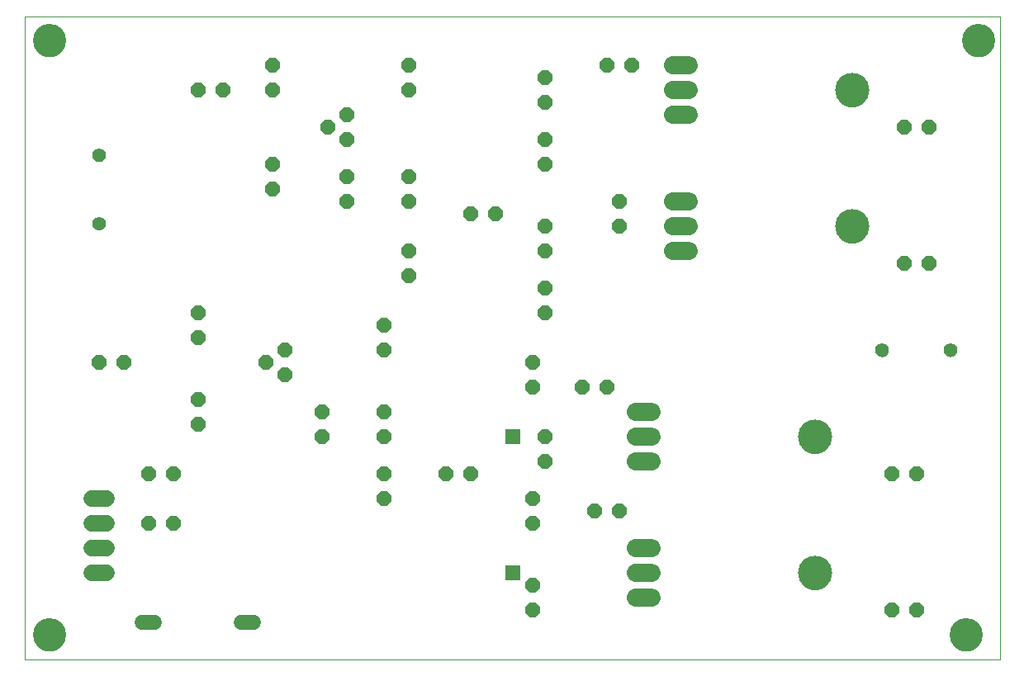
<source format=gbs>
G75*
%MOIN*%
%OFA0B0*%
%FSLAX25Y25*%
%IPPOS*%
%LPD*%
%AMOC8*
5,1,8,0,0,1.08239X$1,22.5*
%
%ADD10C,0.00000*%
%ADD11C,0.13398*%
%ADD12OC8,0.06000*%
%ADD13C,0.06000*%
%ADD14C,0.05524*%
%ADD15C,0.06800*%
%ADD16C,0.07400*%
%ADD17C,0.13800*%
%ADD18R,0.06115X0.06115*%
D10*
X0016800Y0011800D02*
X0016800Y0271761D01*
X0410501Y0271761D01*
X0410501Y0011800D01*
X0016800Y0011800D01*
X0020501Y0021800D02*
X0020503Y0021958D01*
X0020509Y0022116D01*
X0020519Y0022274D01*
X0020533Y0022432D01*
X0020551Y0022589D01*
X0020572Y0022746D01*
X0020598Y0022902D01*
X0020628Y0023058D01*
X0020661Y0023213D01*
X0020699Y0023366D01*
X0020740Y0023519D01*
X0020785Y0023671D01*
X0020834Y0023822D01*
X0020887Y0023971D01*
X0020943Y0024119D01*
X0021003Y0024265D01*
X0021067Y0024410D01*
X0021135Y0024553D01*
X0021206Y0024695D01*
X0021280Y0024835D01*
X0021358Y0024972D01*
X0021440Y0025108D01*
X0021524Y0025242D01*
X0021613Y0025373D01*
X0021704Y0025502D01*
X0021799Y0025629D01*
X0021896Y0025754D01*
X0021997Y0025876D01*
X0022101Y0025995D01*
X0022208Y0026112D01*
X0022318Y0026226D01*
X0022431Y0026337D01*
X0022546Y0026446D01*
X0022664Y0026551D01*
X0022785Y0026653D01*
X0022908Y0026753D01*
X0023034Y0026849D01*
X0023162Y0026942D01*
X0023292Y0027032D01*
X0023425Y0027118D01*
X0023560Y0027202D01*
X0023696Y0027281D01*
X0023835Y0027358D01*
X0023976Y0027430D01*
X0024118Y0027500D01*
X0024262Y0027565D01*
X0024408Y0027627D01*
X0024555Y0027685D01*
X0024704Y0027740D01*
X0024854Y0027791D01*
X0025005Y0027838D01*
X0025157Y0027881D01*
X0025310Y0027920D01*
X0025465Y0027956D01*
X0025620Y0027987D01*
X0025776Y0028015D01*
X0025932Y0028039D01*
X0026089Y0028059D01*
X0026247Y0028075D01*
X0026404Y0028087D01*
X0026563Y0028095D01*
X0026721Y0028099D01*
X0026879Y0028099D01*
X0027037Y0028095D01*
X0027196Y0028087D01*
X0027353Y0028075D01*
X0027511Y0028059D01*
X0027668Y0028039D01*
X0027824Y0028015D01*
X0027980Y0027987D01*
X0028135Y0027956D01*
X0028290Y0027920D01*
X0028443Y0027881D01*
X0028595Y0027838D01*
X0028746Y0027791D01*
X0028896Y0027740D01*
X0029045Y0027685D01*
X0029192Y0027627D01*
X0029338Y0027565D01*
X0029482Y0027500D01*
X0029624Y0027430D01*
X0029765Y0027358D01*
X0029904Y0027281D01*
X0030040Y0027202D01*
X0030175Y0027118D01*
X0030308Y0027032D01*
X0030438Y0026942D01*
X0030566Y0026849D01*
X0030692Y0026753D01*
X0030815Y0026653D01*
X0030936Y0026551D01*
X0031054Y0026446D01*
X0031169Y0026337D01*
X0031282Y0026226D01*
X0031392Y0026112D01*
X0031499Y0025995D01*
X0031603Y0025876D01*
X0031704Y0025754D01*
X0031801Y0025629D01*
X0031896Y0025502D01*
X0031987Y0025373D01*
X0032076Y0025242D01*
X0032160Y0025108D01*
X0032242Y0024972D01*
X0032320Y0024835D01*
X0032394Y0024695D01*
X0032465Y0024553D01*
X0032533Y0024410D01*
X0032597Y0024265D01*
X0032657Y0024119D01*
X0032713Y0023971D01*
X0032766Y0023822D01*
X0032815Y0023671D01*
X0032860Y0023519D01*
X0032901Y0023366D01*
X0032939Y0023213D01*
X0032972Y0023058D01*
X0033002Y0022902D01*
X0033028Y0022746D01*
X0033049Y0022589D01*
X0033067Y0022432D01*
X0033081Y0022274D01*
X0033091Y0022116D01*
X0033097Y0021958D01*
X0033099Y0021800D01*
X0033097Y0021642D01*
X0033091Y0021484D01*
X0033081Y0021326D01*
X0033067Y0021168D01*
X0033049Y0021011D01*
X0033028Y0020854D01*
X0033002Y0020698D01*
X0032972Y0020542D01*
X0032939Y0020387D01*
X0032901Y0020234D01*
X0032860Y0020081D01*
X0032815Y0019929D01*
X0032766Y0019778D01*
X0032713Y0019629D01*
X0032657Y0019481D01*
X0032597Y0019335D01*
X0032533Y0019190D01*
X0032465Y0019047D01*
X0032394Y0018905D01*
X0032320Y0018765D01*
X0032242Y0018628D01*
X0032160Y0018492D01*
X0032076Y0018358D01*
X0031987Y0018227D01*
X0031896Y0018098D01*
X0031801Y0017971D01*
X0031704Y0017846D01*
X0031603Y0017724D01*
X0031499Y0017605D01*
X0031392Y0017488D01*
X0031282Y0017374D01*
X0031169Y0017263D01*
X0031054Y0017154D01*
X0030936Y0017049D01*
X0030815Y0016947D01*
X0030692Y0016847D01*
X0030566Y0016751D01*
X0030438Y0016658D01*
X0030308Y0016568D01*
X0030175Y0016482D01*
X0030040Y0016398D01*
X0029904Y0016319D01*
X0029765Y0016242D01*
X0029624Y0016170D01*
X0029482Y0016100D01*
X0029338Y0016035D01*
X0029192Y0015973D01*
X0029045Y0015915D01*
X0028896Y0015860D01*
X0028746Y0015809D01*
X0028595Y0015762D01*
X0028443Y0015719D01*
X0028290Y0015680D01*
X0028135Y0015644D01*
X0027980Y0015613D01*
X0027824Y0015585D01*
X0027668Y0015561D01*
X0027511Y0015541D01*
X0027353Y0015525D01*
X0027196Y0015513D01*
X0027037Y0015505D01*
X0026879Y0015501D01*
X0026721Y0015501D01*
X0026563Y0015505D01*
X0026404Y0015513D01*
X0026247Y0015525D01*
X0026089Y0015541D01*
X0025932Y0015561D01*
X0025776Y0015585D01*
X0025620Y0015613D01*
X0025465Y0015644D01*
X0025310Y0015680D01*
X0025157Y0015719D01*
X0025005Y0015762D01*
X0024854Y0015809D01*
X0024704Y0015860D01*
X0024555Y0015915D01*
X0024408Y0015973D01*
X0024262Y0016035D01*
X0024118Y0016100D01*
X0023976Y0016170D01*
X0023835Y0016242D01*
X0023696Y0016319D01*
X0023560Y0016398D01*
X0023425Y0016482D01*
X0023292Y0016568D01*
X0023162Y0016658D01*
X0023034Y0016751D01*
X0022908Y0016847D01*
X0022785Y0016947D01*
X0022664Y0017049D01*
X0022546Y0017154D01*
X0022431Y0017263D01*
X0022318Y0017374D01*
X0022208Y0017488D01*
X0022101Y0017605D01*
X0021997Y0017724D01*
X0021896Y0017846D01*
X0021799Y0017971D01*
X0021704Y0018098D01*
X0021613Y0018227D01*
X0021524Y0018358D01*
X0021440Y0018492D01*
X0021358Y0018628D01*
X0021280Y0018765D01*
X0021206Y0018905D01*
X0021135Y0019047D01*
X0021067Y0019190D01*
X0021003Y0019335D01*
X0020943Y0019481D01*
X0020887Y0019629D01*
X0020834Y0019778D01*
X0020785Y0019929D01*
X0020740Y0020081D01*
X0020699Y0020234D01*
X0020661Y0020387D01*
X0020628Y0020542D01*
X0020598Y0020698D01*
X0020572Y0020854D01*
X0020551Y0021011D01*
X0020533Y0021168D01*
X0020519Y0021326D01*
X0020509Y0021484D01*
X0020503Y0021642D01*
X0020501Y0021800D01*
X0044438Y0187942D02*
X0044440Y0188039D01*
X0044446Y0188136D01*
X0044456Y0188232D01*
X0044470Y0188328D01*
X0044488Y0188424D01*
X0044509Y0188518D01*
X0044535Y0188612D01*
X0044564Y0188704D01*
X0044598Y0188795D01*
X0044634Y0188885D01*
X0044675Y0188973D01*
X0044719Y0189059D01*
X0044767Y0189144D01*
X0044818Y0189226D01*
X0044872Y0189307D01*
X0044930Y0189385D01*
X0044991Y0189460D01*
X0045054Y0189533D01*
X0045121Y0189604D01*
X0045191Y0189671D01*
X0045263Y0189736D01*
X0045338Y0189797D01*
X0045416Y0189856D01*
X0045495Y0189911D01*
X0045577Y0189963D01*
X0045661Y0190011D01*
X0045747Y0190056D01*
X0045835Y0190098D01*
X0045924Y0190136D01*
X0046015Y0190170D01*
X0046107Y0190200D01*
X0046200Y0190227D01*
X0046295Y0190249D01*
X0046390Y0190268D01*
X0046486Y0190283D01*
X0046582Y0190294D01*
X0046679Y0190301D01*
X0046776Y0190304D01*
X0046873Y0190303D01*
X0046970Y0190298D01*
X0047066Y0190289D01*
X0047162Y0190276D01*
X0047258Y0190259D01*
X0047353Y0190238D01*
X0047446Y0190214D01*
X0047539Y0190185D01*
X0047631Y0190153D01*
X0047721Y0190117D01*
X0047809Y0190078D01*
X0047896Y0190034D01*
X0047981Y0189988D01*
X0048064Y0189937D01*
X0048145Y0189884D01*
X0048223Y0189827D01*
X0048300Y0189767D01*
X0048373Y0189704D01*
X0048444Y0189638D01*
X0048512Y0189569D01*
X0048578Y0189497D01*
X0048640Y0189423D01*
X0048699Y0189346D01*
X0048755Y0189267D01*
X0048808Y0189185D01*
X0048858Y0189102D01*
X0048903Y0189016D01*
X0048946Y0188929D01*
X0048985Y0188840D01*
X0049020Y0188750D01*
X0049051Y0188658D01*
X0049078Y0188565D01*
X0049102Y0188471D01*
X0049122Y0188376D01*
X0049138Y0188280D01*
X0049150Y0188184D01*
X0049158Y0188087D01*
X0049162Y0187990D01*
X0049162Y0187894D01*
X0049158Y0187797D01*
X0049150Y0187700D01*
X0049138Y0187604D01*
X0049122Y0187508D01*
X0049102Y0187413D01*
X0049078Y0187319D01*
X0049051Y0187226D01*
X0049020Y0187134D01*
X0048985Y0187044D01*
X0048946Y0186955D01*
X0048903Y0186868D01*
X0048858Y0186782D01*
X0048808Y0186699D01*
X0048755Y0186617D01*
X0048699Y0186538D01*
X0048640Y0186461D01*
X0048578Y0186387D01*
X0048512Y0186315D01*
X0048444Y0186246D01*
X0048373Y0186180D01*
X0048300Y0186117D01*
X0048223Y0186057D01*
X0048145Y0186000D01*
X0048064Y0185947D01*
X0047981Y0185896D01*
X0047896Y0185850D01*
X0047809Y0185806D01*
X0047721Y0185767D01*
X0047631Y0185731D01*
X0047539Y0185699D01*
X0047446Y0185670D01*
X0047353Y0185646D01*
X0047258Y0185625D01*
X0047162Y0185608D01*
X0047066Y0185595D01*
X0046970Y0185586D01*
X0046873Y0185581D01*
X0046776Y0185580D01*
X0046679Y0185583D01*
X0046582Y0185590D01*
X0046486Y0185601D01*
X0046390Y0185616D01*
X0046295Y0185635D01*
X0046200Y0185657D01*
X0046107Y0185684D01*
X0046015Y0185714D01*
X0045924Y0185748D01*
X0045835Y0185786D01*
X0045747Y0185828D01*
X0045661Y0185873D01*
X0045577Y0185921D01*
X0045495Y0185973D01*
X0045416Y0186028D01*
X0045338Y0186087D01*
X0045263Y0186148D01*
X0045191Y0186213D01*
X0045121Y0186280D01*
X0045054Y0186351D01*
X0044991Y0186424D01*
X0044930Y0186499D01*
X0044872Y0186577D01*
X0044818Y0186658D01*
X0044767Y0186740D01*
X0044719Y0186825D01*
X0044675Y0186911D01*
X0044634Y0186999D01*
X0044598Y0187089D01*
X0044564Y0187180D01*
X0044535Y0187272D01*
X0044509Y0187366D01*
X0044488Y0187460D01*
X0044470Y0187556D01*
X0044456Y0187652D01*
X0044446Y0187748D01*
X0044440Y0187845D01*
X0044438Y0187942D01*
X0044438Y0215501D02*
X0044440Y0215598D01*
X0044446Y0215695D01*
X0044456Y0215791D01*
X0044470Y0215887D01*
X0044488Y0215983D01*
X0044509Y0216077D01*
X0044535Y0216171D01*
X0044564Y0216263D01*
X0044598Y0216354D01*
X0044634Y0216444D01*
X0044675Y0216532D01*
X0044719Y0216618D01*
X0044767Y0216703D01*
X0044818Y0216785D01*
X0044872Y0216866D01*
X0044930Y0216944D01*
X0044991Y0217019D01*
X0045054Y0217092D01*
X0045121Y0217163D01*
X0045191Y0217230D01*
X0045263Y0217295D01*
X0045338Y0217356D01*
X0045416Y0217415D01*
X0045495Y0217470D01*
X0045577Y0217522D01*
X0045661Y0217570D01*
X0045747Y0217615D01*
X0045835Y0217657D01*
X0045924Y0217695D01*
X0046015Y0217729D01*
X0046107Y0217759D01*
X0046200Y0217786D01*
X0046295Y0217808D01*
X0046390Y0217827D01*
X0046486Y0217842D01*
X0046582Y0217853D01*
X0046679Y0217860D01*
X0046776Y0217863D01*
X0046873Y0217862D01*
X0046970Y0217857D01*
X0047066Y0217848D01*
X0047162Y0217835D01*
X0047258Y0217818D01*
X0047353Y0217797D01*
X0047446Y0217773D01*
X0047539Y0217744D01*
X0047631Y0217712D01*
X0047721Y0217676D01*
X0047809Y0217637D01*
X0047896Y0217593D01*
X0047981Y0217547D01*
X0048064Y0217496D01*
X0048145Y0217443D01*
X0048223Y0217386D01*
X0048300Y0217326D01*
X0048373Y0217263D01*
X0048444Y0217197D01*
X0048512Y0217128D01*
X0048578Y0217056D01*
X0048640Y0216982D01*
X0048699Y0216905D01*
X0048755Y0216826D01*
X0048808Y0216744D01*
X0048858Y0216661D01*
X0048903Y0216575D01*
X0048946Y0216488D01*
X0048985Y0216399D01*
X0049020Y0216309D01*
X0049051Y0216217D01*
X0049078Y0216124D01*
X0049102Y0216030D01*
X0049122Y0215935D01*
X0049138Y0215839D01*
X0049150Y0215743D01*
X0049158Y0215646D01*
X0049162Y0215549D01*
X0049162Y0215453D01*
X0049158Y0215356D01*
X0049150Y0215259D01*
X0049138Y0215163D01*
X0049122Y0215067D01*
X0049102Y0214972D01*
X0049078Y0214878D01*
X0049051Y0214785D01*
X0049020Y0214693D01*
X0048985Y0214603D01*
X0048946Y0214514D01*
X0048903Y0214427D01*
X0048858Y0214341D01*
X0048808Y0214258D01*
X0048755Y0214176D01*
X0048699Y0214097D01*
X0048640Y0214020D01*
X0048578Y0213946D01*
X0048512Y0213874D01*
X0048444Y0213805D01*
X0048373Y0213739D01*
X0048300Y0213676D01*
X0048223Y0213616D01*
X0048145Y0213559D01*
X0048064Y0213506D01*
X0047981Y0213455D01*
X0047896Y0213409D01*
X0047809Y0213365D01*
X0047721Y0213326D01*
X0047631Y0213290D01*
X0047539Y0213258D01*
X0047446Y0213229D01*
X0047353Y0213205D01*
X0047258Y0213184D01*
X0047162Y0213167D01*
X0047066Y0213154D01*
X0046970Y0213145D01*
X0046873Y0213140D01*
X0046776Y0213139D01*
X0046679Y0213142D01*
X0046582Y0213149D01*
X0046486Y0213160D01*
X0046390Y0213175D01*
X0046295Y0213194D01*
X0046200Y0213216D01*
X0046107Y0213243D01*
X0046015Y0213273D01*
X0045924Y0213307D01*
X0045835Y0213345D01*
X0045747Y0213387D01*
X0045661Y0213432D01*
X0045577Y0213480D01*
X0045495Y0213532D01*
X0045416Y0213587D01*
X0045338Y0213646D01*
X0045263Y0213707D01*
X0045191Y0213772D01*
X0045121Y0213839D01*
X0045054Y0213910D01*
X0044991Y0213983D01*
X0044930Y0214058D01*
X0044872Y0214136D01*
X0044818Y0214217D01*
X0044767Y0214299D01*
X0044719Y0214384D01*
X0044675Y0214470D01*
X0044634Y0214558D01*
X0044598Y0214648D01*
X0044564Y0214739D01*
X0044535Y0214831D01*
X0044509Y0214925D01*
X0044488Y0215019D01*
X0044470Y0215115D01*
X0044456Y0215211D01*
X0044446Y0215307D01*
X0044440Y0215404D01*
X0044438Y0215501D01*
X0020501Y0261800D02*
X0020503Y0261958D01*
X0020509Y0262116D01*
X0020519Y0262274D01*
X0020533Y0262432D01*
X0020551Y0262589D01*
X0020572Y0262746D01*
X0020598Y0262902D01*
X0020628Y0263058D01*
X0020661Y0263213D01*
X0020699Y0263366D01*
X0020740Y0263519D01*
X0020785Y0263671D01*
X0020834Y0263822D01*
X0020887Y0263971D01*
X0020943Y0264119D01*
X0021003Y0264265D01*
X0021067Y0264410D01*
X0021135Y0264553D01*
X0021206Y0264695D01*
X0021280Y0264835D01*
X0021358Y0264972D01*
X0021440Y0265108D01*
X0021524Y0265242D01*
X0021613Y0265373D01*
X0021704Y0265502D01*
X0021799Y0265629D01*
X0021896Y0265754D01*
X0021997Y0265876D01*
X0022101Y0265995D01*
X0022208Y0266112D01*
X0022318Y0266226D01*
X0022431Y0266337D01*
X0022546Y0266446D01*
X0022664Y0266551D01*
X0022785Y0266653D01*
X0022908Y0266753D01*
X0023034Y0266849D01*
X0023162Y0266942D01*
X0023292Y0267032D01*
X0023425Y0267118D01*
X0023560Y0267202D01*
X0023696Y0267281D01*
X0023835Y0267358D01*
X0023976Y0267430D01*
X0024118Y0267500D01*
X0024262Y0267565D01*
X0024408Y0267627D01*
X0024555Y0267685D01*
X0024704Y0267740D01*
X0024854Y0267791D01*
X0025005Y0267838D01*
X0025157Y0267881D01*
X0025310Y0267920D01*
X0025465Y0267956D01*
X0025620Y0267987D01*
X0025776Y0268015D01*
X0025932Y0268039D01*
X0026089Y0268059D01*
X0026247Y0268075D01*
X0026404Y0268087D01*
X0026563Y0268095D01*
X0026721Y0268099D01*
X0026879Y0268099D01*
X0027037Y0268095D01*
X0027196Y0268087D01*
X0027353Y0268075D01*
X0027511Y0268059D01*
X0027668Y0268039D01*
X0027824Y0268015D01*
X0027980Y0267987D01*
X0028135Y0267956D01*
X0028290Y0267920D01*
X0028443Y0267881D01*
X0028595Y0267838D01*
X0028746Y0267791D01*
X0028896Y0267740D01*
X0029045Y0267685D01*
X0029192Y0267627D01*
X0029338Y0267565D01*
X0029482Y0267500D01*
X0029624Y0267430D01*
X0029765Y0267358D01*
X0029904Y0267281D01*
X0030040Y0267202D01*
X0030175Y0267118D01*
X0030308Y0267032D01*
X0030438Y0266942D01*
X0030566Y0266849D01*
X0030692Y0266753D01*
X0030815Y0266653D01*
X0030936Y0266551D01*
X0031054Y0266446D01*
X0031169Y0266337D01*
X0031282Y0266226D01*
X0031392Y0266112D01*
X0031499Y0265995D01*
X0031603Y0265876D01*
X0031704Y0265754D01*
X0031801Y0265629D01*
X0031896Y0265502D01*
X0031987Y0265373D01*
X0032076Y0265242D01*
X0032160Y0265108D01*
X0032242Y0264972D01*
X0032320Y0264835D01*
X0032394Y0264695D01*
X0032465Y0264553D01*
X0032533Y0264410D01*
X0032597Y0264265D01*
X0032657Y0264119D01*
X0032713Y0263971D01*
X0032766Y0263822D01*
X0032815Y0263671D01*
X0032860Y0263519D01*
X0032901Y0263366D01*
X0032939Y0263213D01*
X0032972Y0263058D01*
X0033002Y0262902D01*
X0033028Y0262746D01*
X0033049Y0262589D01*
X0033067Y0262432D01*
X0033081Y0262274D01*
X0033091Y0262116D01*
X0033097Y0261958D01*
X0033099Y0261800D01*
X0033097Y0261642D01*
X0033091Y0261484D01*
X0033081Y0261326D01*
X0033067Y0261168D01*
X0033049Y0261011D01*
X0033028Y0260854D01*
X0033002Y0260698D01*
X0032972Y0260542D01*
X0032939Y0260387D01*
X0032901Y0260234D01*
X0032860Y0260081D01*
X0032815Y0259929D01*
X0032766Y0259778D01*
X0032713Y0259629D01*
X0032657Y0259481D01*
X0032597Y0259335D01*
X0032533Y0259190D01*
X0032465Y0259047D01*
X0032394Y0258905D01*
X0032320Y0258765D01*
X0032242Y0258628D01*
X0032160Y0258492D01*
X0032076Y0258358D01*
X0031987Y0258227D01*
X0031896Y0258098D01*
X0031801Y0257971D01*
X0031704Y0257846D01*
X0031603Y0257724D01*
X0031499Y0257605D01*
X0031392Y0257488D01*
X0031282Y0257374D01*
X0031169Y0257263D01*
X0031054Y0257154D01*
X0030936Y0257049D01*
X0030815Y0256947D01*
X0030692Y0256847D01*
X0030566Y0256751D01*
X0030438Y0256658D01*
X0030308Y0256568D01*
X0030175Y0256482D01*
X0030040Y0256398D01*
X0029904Y0256319D01*
X0029765Y0256242D01*
X0029624Y0256170D01*
X0029482Y0256100D01*
X0029338Y0256035D01*
X0029192Y0255973D01*
X0029045Y0255915D01*
X0028896Y0255860D01*
X0028746Y0255809D01*
X0028595Y0255762D01*
X0028443Y0255719D01*
X0028290Y0255680D01*
X0028135Y0255644D01*
X0027980Y0255613D01*
X0027824Y0255585D01*
X0027668Y0255561D01*
X0027511Y0255541D01*
X0027353Y0255525D01*
X0027196Y0255513D01*
X0027037Y0255505D01*
X0026879Y0255501D01*
X0026721Y0255501D01*
X0026563Y0255505D01*
X0026404Y0255513D01*
X0026247Y0255525D01*
X0026089Y0255541D01*
X0025932Y0255561D01*
X0025776Y0255585D01*
X0025620Y0255613D01*
X0025465Y0255644D01*
X0025310Y0255680D01*
X0025157Y0255719D01*
X0025005Y0255762D01*
X0024854Y0255809D01*
X0024704Y0255860D01*
X0024555Y0255915D01*
X0024408Y0255973D01*
X0024262Y0256035D01*
X0024118Y0256100D01*
X0023976Y0256170D01*
X0023835Y0256242D01*
X0023696Y0256319D01*
X0023560Y0256398D01*
X0023425Y0256482D01*
X0023292Y0256568D01*
X0023162Y0256658D01*
X0023034Y0256751D01*
X0022908Y0256847D01*
X0022785Y0256947D01*
X0022664Y0257049D01*
X0022546Y0257154D01*
X0022431Y0257263D01*
X0022318Y0257374D01*
X0022208Y0257488D01*
X0022101Y0257605D01*
X0021997Y0257724D01*
X0021896Y0257846D01*
X0021799Y0257971D01*
X0021704Y0258098D01*
X0021613Y0258227D01*
X0021524Y0258358D01*
X0021440Y0258492D01*
X0021358Y0258628D01*
X0021280Y0258765D01*
X0021206Y0258905D01*
X0021135Y0259047D01*
X0021067Y0259190D01*
X0021003Y0259335D01*
X0020943Y0259481D01*
X0020887Y0259629D01*
X0020834Y0259778D01*
X0020785Y0259929D01*
X0020740Y0260081D01*
X0020699Y0260234D01*
X0020661Y0260387D01*
X0020628Y0260542D01*
X0020598Y0260698D01*
X0020572Y0260854D01*
X0020551Y0261011D01*
X0020533Y0261168D01*
X0020519Y0261326D01*
X0020509Y0261484D01*
X0020503Y0261642D01*
X0020501Y0261800D01*
X0329300Y0101800D02*
X0329302Y0101961D01*
X0329308Y0102121D01*
X0329318Y0102282D01*
X0329332Y0102442D01*
X0329350Y0102602D01*
X0329371Y0102761D01*
X0329397Y0102920D01*
X0329427Y0103078D01*
X0329460Y0103235D01*
X0329498Y0103392D01*
X0329539Y0103547D01*
X0329584Y0103701D01*
X0329633Y0103854D01*
X0329686Y0104006D01*
X0329742Y0104157D01*
X0329803Y0104306D01*
X0329866Y0104454D01*
X0329934Y0104600D01*
X0330005Y0104744D01*
X0330079Y0104886D01*
X0330157Y0105027D01*
X0330239Y0105165D01*
X0330324Y0105302D01*
X0330412Y0105436D01*
X0330504Y0105568D01*
X0330599Y0105698D01*
X0330697Y0105826D01*
X0330798Y0105951D01*
X0330902Y0106073D01*
X0331009Y0106193D01*
X0331119Y0106310D01*
X0331232Y0106425D01*
X0331348Y0106536D01*
X0331467Y0106645D01*
X0331588Y0106750D01*
X0331712Y0106853D01*
X0331838Y0106953D01*
X0331966Y0107049D01*
X0332097Y0107142D01*
X0332231Y0107232D01*
X0332366Y0107319D01*
X0332504Y0107402D01*
X0332643Y0107482D01*
X0332785Y0107558D01*
X0332928Y0107631D01*
X0333073Y0107700D01*
X0333220Y0107766D01*
X0333368Y0107828D01*
X0333518Y0107886D01*
X0333669Y0107941D01*
X0333822Y0107992D01*
X0333976Y0108039D01*
X0334131Y0108082D01*
X0334287Y0108121D01*
X0334443Y0108157D01*
X0334601Y0108188D01*
X0334759Y0108216D01*
X0334918Y0108240D01*
X0335078Y0108260D01*
X0335238Y0108276D01*
X0335398Y0108288D01*
X0335559Y0108296D01*
X0335720Y0108300D01*
X0335880Y0108300D01*
X0336041Y0108296D01*
X0336202Y0108288D01*
X0336362Y0108276D01*
X0336522Y0108260D01*
X0336682Y0108240D01*
X0336841Y0108216D01*
X0336999Y0108188D01*
X0337157Y0108157D01*
X0337313Y0108121D01*
X0337469Y0108082D01*
X0337624Y0108039D01*
X0337778Y0107992D01*
X0337931Y0107941D01*
X0338082Y0107886D01*
X0338232Y0107828D01*
X0338380Y0107766D01*
X0338527Y0107700D01*
X0338672Y0107631D01*
X0338815Y0107558D01*
X0338957Y0107482D01*
X0339096Y0107402D01*
X0339234Y0107319D01*
X0339369Y0107232D01*
X0339503Y0107142D01*
X0339634Y0107049D01*
X0339762Y0106953D01*
X0339888Y0106853D01*
X0340012Y0106750D01*
X0340133Y0106645D01*
X0340252Y0106536D01*
X0340368Y0106425D01*
X0340481Y0106310D01*
X0340591Y0106193D01*
X0340698Y0106073D01*
X0340802Y0105951D01*
X0340903Y0105826D01*
X0341001Y0105698D01*
X0341096Y0105568D01*
X0341188Y0105436D01*
X0341276Y0105302D01*
X0341361Y0105165D01*
X0341443Y0105027D01*
X0341521Y0104886D01*
X0341595Y0104744D01*
X0341666Y0104600D01*
X0341734Y0104454D01*
X0341797Y0104306D01*
X0341858Y0104157D01*
X0341914Y0104006D01*
X0341967Y0103854D01*
X0342016Y0103701D01*
X0342061Y0103547D01*
X0342102Y0103392D01*
X0342140Y0103235D01*
X0342173Y0103078D01*
X0342203Y0102920D01*
X0342229Y0102761D01*
X0342250Y0102602D01*
X0342268Y0102442D01*
X0342282Y0102282D01*
X0342292Y0102121D01*
X0342298Y0101961D01*
X0342300Y0101800D01*
X0342298Y0101639D01*
X0342292Y0101479D01*
X0342282Y0101318D01*
X0342268Y0101158D01*
X0342250Y0100998D01*
X0342229Y0100839D01*
X0342203Y0100680D01*
X0342173Y0100522D01*
X0342140Y0100365D01*
X0342102Y0100208D01*
X0342061Y0100053D01*
X0342016Y0099899D01*
X0341967Y0099746D01*
X0341914Y0099594D01*
X0341858Y0099443D01*
X0341797Y0099294D01*
X0341734Y0099146D01*
X0341666Y0099000D01*
X0341595Y0098856D01*
X0341521Y0098714D01*
X0341443Y0098573D01*
X0341361Y0098435D01*
X0341276Y0098298D01*
X0341188Y0098164D01*
X0341096Y0098032D01*
X0341001Y0097902D01*
X0340903Y0097774D01*
X0340802Y0097649D01*
X0340698Y0097527D01*
X0340591Y0097407D01*
X0340481Y0097290D01*
X0340368Y0097175D01*
X0340252Y0097064D01*
X0340133Y0096955D01*
X0340012Y0096850D01*
X0339888Y0096747D01*
X0339762Y0096647D01*
X0339634Y0096551D01*
X0339503Y0096458D01*
X0339369Y0096368D01*
X0339234Y0096281D01*
X0339096Y0096198D01*
X0338957Y0096118D01*
X0338815Y0096042D01*
X0338672Y0095969D01*
X0338527Y0095900D01*
X0338380Y0095834D01*
X0338232Y0095772D01*
X0338082Y0095714D01*
X0337931Y0095659D01*
X0337778Y0095608D01*
X0337624Y0095561D01*
X0337469Y0095518D01*
X0337313Y0095479D01*
X0337157Y0095443D01*
X0336999Y0095412D01*
X0336841Y0095384D01*
X0336682Y0095360D01*
X0336522Y0095340D01*
X0336362Y0095324D01*
X0336202Y0095312D01*
X0336041Y0095304D01*
X0335880Y0095300D01*
X0335720Y0095300D01*
X0335559Y0095304D01*
X0335398Y0095312D01*
X0335238Y0095324D01*
X0335078Y0095340D01*
X0334918Y0095360D01*
X0334759Y0095384D01*
X0334601Y0095412D01*
X0334443Y0095443D01*
X0334287Y0095479D01*
X0334131Y0095518D01*
X0333976Y0095561D01*
X0333822Y0095608D01*
X0333669Y0095659D01*
X0333518Y0095714D01*
X0333368Y0095772D01*
X0333220Y0095834D01*
X0333073Y0095900D01*
X0332928Y0095969D01*
X0332785Y0096042D01*
X0332643Y0096118D01*
X0332504Y0096198D01*
X0332366Y0096281D01*
X0332231Y0096368D01*
X0332097Y0096458D01*
X0331966Y0096551D01*
X0331838Y0096647D01*
X0331712Y0096747D01*
X0331588Y0096850D01*
X0331467Y0096955D01*
X0331348Y0097064D01*
X0331232Y0097175D01*
X0331119Y0097290D01*
X0331009Y0097407D01*
X0330902Y0097527D01*
X0330798Y0097649D01*
X0330697Y0097774D01*
X0330599Y0097902D01*
X0330504Y0098032D01*
X0330412Y0098164D01*
X0330324Y0098298D01*
X0330239Y0098435D01*
X0330157Y0098573D01*
X0330079Y0098714D01*
X0330005Y0098856D01*
X0329934Y0099000D01*
X0329866Y0099146D01*
X0329803Y0099294D01*
X0329742Y0099443D01*
X0329686Y0099594D01*
X0329633Y0099746D01*
X0329584Y0099899D01*
X0329539Y0100053D01*
X0329498Y0100208D01*
X0329460Y0100365D01*
X0329427Y0100522D01*
X0329397Y0100680D01*
X0329371Y0100839D01*
X0329350Y0100998D01*
X0329332Y0101158D01*
X0329318Y0101318D01*
X0329308Y0101479D01*
X0329302Y0101639D01*
X0329300Y0101800D01*
X0360580Y0136800D02*
X0360582Y0136897D01*
X0360588Y0136994D01*
X0360598Y0137090D01*
X0360612Y0137186D01*
X0360630Y0137282D01*
X0360651Y0137376D01*
X0360677Y0137470D01*
X0360706Y0137562D01*
X0360740Y0137653D01*
X0360776Y0137743D01*
X0360817Y0137831D01*
X0360861Y0137917D01*
X0360909Y0138002D01*
X0360960Y0138084D01*
X0361014Y0138165D01*
X0361072Y0138243D01*
X0361133Y0138318D01*
X0361196Y0138391D01*
X0361263Y0138462D01*
X0361333Y0138529D01*
X0361405Y0138594D01*
X0361480Y0138655D01*
X0361558Y0138714D01*
X0361637Y0138769D01*
X0361719Y0138821D01*
X0361803Y0138869D01*
X0361889Y0138914D01*
X0361977Y0138956D01*
X0362066Y0138994D01*
X0362157Y0139028D01*
X0362249Y0139058D01*
X0362342Y0139085D01*
X0362437Y0139107D01*
X0362532Y0139126D01*
X0362628Y0139141D01*
X0362724Y0139152D01*
X0362821Y0139159D01*
X0362918Y0139162D01*
X0363015Y0139161D01*
X0363112Y0139156D01*
X0363208Y0139147D01*
X0363304Y0139134D01*
X0363400Y0139117D01*
X0363495Y0139096D01*
X0363588Y0139072D01*
X0363681Y0139043D01*
X0363773Y0139011D01*
X0363863Y0138975D01*
X0363951Y0138936D01*
X0364038Y0138892D01*
X0364123Y0138846D01*
X0364206Y0138795D01*
X0364287Y0138742D01*
X0364365Y0138685D01*
X0364442Y0138625D01*
X0364515Y0138562D01*
X0364586Y0138496D01*
X0364654Y0138427D01*
X0364720Y0138355D01*
X0364782Y0138281D01*
X0364841Y0138204D01*
X0364897Y0138125D01*
X0364950Y0138043D01*
X0365000Y0137960D01*
X0365045Y0137874D01*
X0365088Y0137787D01*
X0365127Y0137698D01*
X0365162Y0137608D01*
X0365193Y0137516D01*
X0365220Y0137423D01*
X0365244Y0137329D01*
X0365264Y0137234D01*
X0365280Y0137138D01*
X0365292Y0137042D01*
X0365300Y0136945D01*
X0365304Y0136848D01*
X0365304Y0136752D01*
X0365300Y0136655D01*
X0365292Y0136558D01*
X0365280Y0136462D01*
X0365264Y0136366D01*
X0365244Y0136271D01*
X0365220Y0136177D01*
X0365193Y0136084D01*
X0365162Y0135992D01*
X0365127Y0135902D01*
X0365088Y0135813D01*
X0365045Y0135726D01*
X0365000Y0135640D01*
X0364950Y0135557D01*
X0364897Y0135475D01*
X0364841Y0135396D01*
X0364782Y0135319D01*
X0364720Y0135245D01*
X0364654Y0135173D01*
X0364586Y0135104D01*
X0364515Y0135038D01*
X0364442Y0134975D01*
X0364365Y0134915D01*
X0364287Y0134858D01*
X0364206Y0134805D01*
X0364123Y0134754D01*
X0364038Y0134708D01*
X0363951Y0134664D01*
X0363863Y0134625D01*
X0363773Y0134589D01*
X0363681Y0134557D01*
X0363588Y0134528D01*
X0363495Y0134504D01*
X0363400Y0134483D01*
X0363304Y0134466D01*
X0363208Y0134453D01*
X0363112Y0134444D01*
X0363015Y0134439D01*
X0362918Y0134438D01*
X0362821Y0134441D01*
X0362724Y0134448D01*
X0362628Y0134459D01*
X0362532Y0134474D01*
X0362437Y0134493D01*
X0362342Y0134515D01*
X0362249Y0134542D01*
X0362157Y0134572D01*
X0362066Y0134606D01*
X0361977Y0134644D01*
X0361889Y0134686D01*
X0361803Y0134731D01*
X0361719Y0134779D01*
X0361637Y0134831D01*
X0361558Y0134886D01*
X0361480Y0134945D01*
X0361405Y0135006D01*
X0361333Y0135071D01*
X0361263Y0135138D01*
X0361196Y0135209D01*
X0361133Y0135282D01*
X0361072Y0135357D01*
X0361014Y0135435D01*
X0360960Y0135516D01*
X0360909Y0135598D01*
X0360861Y0135683D01*
X0360817Y0135769D01*
X0360776Y0135857D01*
X0360740Y0135947D01*
X0360706Y0136038D01*
X0360677Y0136130D01*
X0360651Y0136224D01*
X0360630Y0136318D01*
X0360612Y0136414D01*
X0360598Y0136510D01*
X0360588Y0136606D01*
X0360582Y0136703D01*
X0360580Y0136800D01*
X0388139Y0136800D02*
X0388141Y0136897D01*
X0388147Y0136994D01*
X0388157Y0137090D01*
X0388171Y0137186D01*
X0388189Y0137282D01*
X0388210Y0137376D01*
X0388236Y0137470D01*
X0388265Y0137562D01*
X0388299Y0137653D01*
X0388335Y0137743D01*
X0388376Y0137831D01*
X0388420Y0137917D01*
X0388468Y0138002D01*
X0388519Y0138084D01*
X0388573Y0138165D01*
X0388631Y0138243D01*
X0388692Y0138318D01*
X0388755Y0138391D01*
X0388822Y0138462D01*
X0388892Y0138529D01*
X0388964Y0138594D01*
X0389039Y0138655D01*
X0389117Y0138714D01*
X0389196Y0138769D01*
X0389278Y0138821D01*
X0389362Y0138869D01*
X0389448Y0138914D01*
X0389536Y0138956D01*
X0389625Y0138994D01*
X0389716Y0139028D01*
X0389808Y0139058D01*
X0389901Y0139085D01*
X0389996Y0139107D01*
X0390091Y0139126D01*
X0390187Y0139141D01*
X0390283Y0139152D01*
X0390380Y0139159D01*
X0390477Y0139162D01*
X0390574Y0139161D01*
X0390671Y0139156D01*
X0390767Y0139147D01*
X0390863Y0139134D01*
X0390959Y0139117D01*
X0391054Y0139096D01*
X0391147Y0139072D01*
X0391240Y0139043D01*
X0391332Y0139011D01*
X0391422Y0138975D01*
X0391510Y0138936D01*
X0391597Y0138892D01*
X0391682Y0138846D01*
X0391765Y0138795D01*
X0391846Y0138742D01*
X0391924Y0138685D01*
X0392001Y0138625D01*
X0392074Y0138562D01*
X0392145Y0138496D01*
X0392213Y0138427D01*
X0392279Y0138355D01*
X0392341Y0138281D01*
X0392400Y0138204D01*
X0392456Y0138125D01*
X0392509Y0138043D01*
X0392559Y0137960D01*
X0392604Y0137874D01*
X0392647Y0137787D01*
X0392686Y0137698D01*
X0392721Y0137608D01*
X0392752Y0137516D01*
X0392779Y0137423D01*
X0392803Y0137329D01*
X0392823Y0137234D01*
X0392839Y0137138D01*
X0392851Y0137042D01*
X0392859Y0136945D01*
X0392863Y0136848D01*
X0392863Y0136752D01*
X0392859Y0136655D01*
X0392851Y0136558D01*
X0392839Y0136462D01*
X0392823Y0136366D01*
X0392803Y0136271D01*
X0392779Y0136177D01*
X0392752Y0136084D01*
X0392721Y0135992D01*
X0392686Y0135902D01*
X0392647Y0135813D01*
X0392604Y0135726D01*
X0392559Y0135640D01*
X0392509Y0135557D01*
X0392456Y0135475D01*
X0392400Y0135396D01*
X0392341Y0135319D01*
X0392279Y0135245D01*
X0392213Y0135173D01*
X0392145Y0135104D01*
X0392074Y0135038D01*
X0392001Y0134975D01*
X0391924Y0134915D01*
X0391846Y0134858D01*
X0391765Y0134805D01*
X0391682Y0134754D01*
X0391597Y0134708D01*
X0391510Y0134664D01*
X0391422Y0134625D01*
X0391332Y0134589D01*
X0391240Y0134557D01*
X0391147Y0134528D01*
X0391054Y0134504D01*
X0390959Y0134483D01*
X0390863Y0134466D01*
X0390767Y0134453D01*
X0390671Y0134444D01*
X0390574Y0134439D01*
X0390477Y0134438D01*
X0390380Y0134441D01*
X0390283Y0134448D01*
X0390187Y0134459D01*
X0390091Y0134474D01*
X0389996Y0134493D01*
X0389901Y0134515D01*
X0389808Y0134542D01*
X0389716Y0134572D01*
X0389625Y0134606D01*
X0389536Y0134644D01*
X0389448Y0134686D01*
X0389362Y0134731D01*
X0389278Y0134779D01*
X0389196Y0134831D01*
X0389117Y0134886D01*
X0389039Y0134945D01*
X0388964Y0135006D01*
X0388892Y0135071D01*
X0388822Y0135138D01*
X0388755Y0135209D01*
X0388692Y0135282D01*
X0388631Y0135357D01*
X0388573Y0135435D01*
X0388519Y0135516D01*
X0388468Y0135598D01*
X0388420Y0135683D01*
X0388376Y0135769D01*
X0388335Y0135857D01*
X0388299Y0135947D01*
X0388265Y0136038D01*
X0388236Y0136130D01*
X0388210Y0136224D01*
X0388189Y0136318D01*
X0388171Y0136414D01*
X0388157Y0136510D01*
X0388147Y0136606D01*
X0388141Y0136703D01*
X0388139Y0136800D01*
X0344300Y0186800D02*
X0344302Y0186961D01*
X0344308Y0187121D01*
X0344318Y0187282D01*
X0344332Y0187442D01*
X0344350Y0187602D01*
X0344371Y0187761D01*
X0344397Y0187920D01*
X0344427Y0188078D01*
X0344460Y0188235D01*
X0344498Y0188392D01*
X0344539Y0188547D01*
X0344584Y0188701D01*
X0344633Y0188854D01*
X0344686Y0189006D01*
X0344742Y0189157D01*
X0344803Y0189306D01*
X0344866Y0189454D01*
X0344934Y0189600D01*
X0345005Y0189744D01*
X0345079Y0189886D01*
X0345157Y0190027D01*
X0345239Y0190165D01*
X0345324Y0190302D01*
X0345412Y0190436D01*
X0345504Y0190568D01*
X0345599Y0190698D01*
X0345697Y0190826D01*
X0345798Y0190951D01*
X0345902Y0191073D01*
X0346009Y0191193D01*
X0346119Y0191310D01*
X0346232Y0191425D01*
X0346348Y0191536D01*
X0346467Y0191645D01*
X0346588Y0191750D01*
X0346712Y0191853D01*
X0346838Y0191953D01*
X0346966Y0192049D01*
X0347097Y0192142D01*
X0347231Y0192232D01*
X0347366Y0192319D01*
X0347504Y0192402D01*
X0347643Y0192482D01*
X0347785Y0192558D01*
X0347928Y0192631D01*
X0348073Y0192700D01*
X0348220Y0192766D01*
X0348368Y0192828D01*
X0348518Y0192886D01*
X0348669Y0192941D01*
X0348822Y0192992D01*
X0348976Y0193039D01*
X0349131Y0193082D01*
X0349287Y0193121D01*
X0349443Y0193157D01*
X0349601Y0193188D01*
X0349759Y0193216D01*
X0349918Y0193240D01*
X0350078Y0193260D01*
X0350238Y0193276D01*
X0350398Y0193288D01*
X0350559Y0193296D01*
X0350720Y0193300D01*
X0350880Y0193300D01*
X0351041Y0193296D01*
X0351202Y0193288D01*
X0351362Y0193276D01*
X0351522Y0193260D01*
X0351682Y0193240D01*
X0351841Y0193216D01*
X0351999Y0193188D01*
X0352157Y0193157D01*
X0352313Y0193121D01*
X0352469Y0193082D01*
X0352624Y0193039D01*
X0352778Y0192992D01*
X0352931Y0192941D01*
X0353082Y0192886D01*
X0353232Y0192828D01*
X0353380Y0192766D01*
X0353527Y0192700D01*
X0353672Y0192631D01*
X0353815Y0192558D01*
X0353957Y0192482D01*
X0354096Y0192402D01*
X0354234Y0192319D01*
X0354369Y0192232D01*
X0354503Y0192142D01*
X0354634Y0192049D01*
X0354762Y0191953D01*
X0354888Y0191853D01*
X0355012Y0191750D01*
X0355133Y0191645D01*
X0355252Y0191536D01*
X0355368Y0191425D01*
X0355481Y0191310D01*
X0355591Y0191193D01*
X0355698Y0191073D01*
X0355802Y0190951D01*
X0355903Y0190826D01*
X0356001Y0190698D01*
X0356096Y0190568D01*
X0356188Y0190436D01*
X0356276Y0190302D01*
X0356361Y0190165D01*
X0356443Y0190027D01*
X0356521Y0189886D01*
X0356595Y0189744D01*
X0356666Y0189600D01*
X0356734Y0189454D01*
X0356797Y0189306D01*
X0356858Y0189157D01*
X0356914Y0189006D01*
X0356967Y0188854D01*
X0357016Y0188701D01*
X0357061Y0188547D01*
X0357102Y0188392D01*
X0357140Y0188235D01*
X0357173Y0188078D01*
X0357203Y0187920D01*
X0357229Y0187761D01*
X0357250Y0187602D01*
X0357268Y0187442D01*
X0357282Y0187282D01*
X0357292Y0187121D01*
X0357298Y0186961D01*
X0357300Y0186800D01*
X0357298Y0186639D01*
X0357292Y0186479D01*
X0357282Y0186318D01*
X0357268Y0186158D01*
X0357250Y0185998D01*
X0357229Y0185839D01*
X0357203Y0185680D01*
X0357173Y0185522D01*
X0357140Y0185365D01*
X0357102Y0185208D01*
X0357061Y0185053D01*
X0357016Y0184899D01*
X0356967Y0184746D01*
X0356914Y0184594D01*
X0356858Y0184443D01*
X0356797Y0184294D01*
X0356734Y0184146D01*
X0356666Y0184000D01*
X0356595Y0183856D01*
X0356521Y0183714D01*
X0356443Y0183573D01*
X0356361Y0183435D01*
X0356276Y0183298D01*
X0356188Y0183164D01*
X0356096Y0183032D01*
X0356001Y0182902D01*
X0355903Y0182774D01*
X0355802Y0182649D01*
X0355698Y0182527D01*
X0355591Y0182407D01*
X0355481Y0182290D01*
X0355368Y0182175D01*
X0355252Y0182064D01*
X0355133Y0181955D01*
X0355012Y0181850D01*
X0354888Y0181747D01*
X0354762Y0181647D01*
X0354634Y0181551D01*
X0354503Y0181458D01*
X0354369Y0181368D01*
X0354234Y0181281D01*
X0354096Y0181198D01*
X0353957Y0181118D01*
X0353815Y0181042D01*
X0353672Y0180969D01*
X0353527Y0180900D01*
X0353380Y0180834D01*
X0353232Y0180772D01*
X0353082Y0180714D01*
X0352931Y0180659D01*
X0352778Y0180608D01*
X0352624Y0180561D01*
X0352469Y0180518D01*
X0352313Y0180479D01*
X0352157Y0180443D01*
X0351999Y0180412D01*
X0351841Y0180384D01*
X0351682Y0180360D01*
X0351522Y0180340D01*
X0351362Y0180324D01*
X0351202Y0180312D01*
X0351041Y0180304D01*
X0350880Y0180300D01*
X0350720Y0180300D01*
X0350559Y0180304D01*
X0350398Y0180312D01*
X0350238Y0180324D01*
X0350078Y0180340D01*
X0349918Y0180360D01*
X0349759Y0180384D01*
X0349601Y0180412D01*
X0349443Y0180443D01*
X0349287Y0180479D01*
X0349131Y0180518D01*
X0348976Y0180561D01*
X0348822Y0180608D01*
X0348669Y0180659D01*
X0348518Y0180714D01*
X0348368Y0180772D01*
X0348220Y0180834D01*
X0348073Y0180900D01*
X0347928Y0180969D01*
X0347785Y0181042D01*
X0347643Y0181118D01*
X0347504Y0181198D01*
X0347366Y0181281D01*
X0347231Y0181368D01*
X0347097Y0181458D01*
X0346966Y0181551D01*
X0346838Y0181647D01*
X0346712Y0181747D01*
X0346588Y0181850D01*
X0346467Y0181955D01*
X0346348Y0182064D01*
X0346232Y0182175D01*
X0346119Y0182290D01*
X0346009Y0182407D01*
X0345902Y0182527D01*
X0345798Y0182649D01*
X0345697Y0182774D01*
X0345599Y0182902D01*
X0345504Y0183032D01*
X0345412Y0183164D01*
X0345324Y0183298D01*
X0345239Y0183435D01*
X0345157Y0183573D01*
X0345079Y0183714D01*
X0345005Y0183856D01*
X0344934Y0184000D01*
X0344866Y0184146D01*
X0344803Y0184294D01*
X0344742Y0184443D01*
X0344686Y0184594D01*
X0344633Y0184746D01*
X0344584Y0184899D01*
X0344539Y0185053D01*
X0344498Y0185208D01*
X0344460Y0185365D01*
X0344427Y0185522D01*
X0344397Y0185680D01*
X0344371Y0185839D01*
X0344350Y0185998D01*
X0344332Y0186158D01*
X0344318Y0186318D01*
X0344308Y0186479D01*
X0344302Y0186639D01*
X0344300Y0186800D01*
X0344300Y0241800D02*
X0344302Y0241961D01*
X0344308Y0242121D01*
X0344318Y0242282D01*
X0344332Y0242442D01*
X0344350Y0242602D01*
X0344371Y0242761D01*
X0344397Y0242920D01*
X0344427Y0243078D01*
X0344460Y0243235D01*
X0344498Y0243392D01*
X0344539Y0243547D01*
X0344584Y0243701D01*
X0344633Y0243854D01*
X0344686Y0244006D01*
X0344742Y0244157D01*
X0344803Y0244306D01*
X0344866Y0244454D01*
X0344934Y0244600D01*
X0345005Y0244744D01*
X0345079Y0244886D01*
X0345157Y0245027D01*
X0345239Y0245165D01*
X0345324Y0245302D01*
X0345412Y0245436D01*
X0345504Y0245568D01*
X0345599Y0245698D01*
X0345697Y0245826D01*
X0345798Y0245951D01*
X0345902Y0246073D01*
X0346009Y0246193D01*
X0346119Y0246310D01*
X0346232Y0246425D01*
X0346348Y0246536D01*
X0346467Y0246645D01*
X0346588Y0246750D01*
X0346712Y0246853D01*
X0346838Y0246953D01*
X0346966Y0247049D01*
X0347097Y0247142D01*
X0347231Y0247232D01*
X0347366Y0247319D01*
X0347504Y0247402D01*
X0347643Y0247482D01*
X0347785Y0247558D01*
X0347928Y0247631D01*
X0348073Y0247700D01*
X0348220Y0247766D01*
X0348368Y0247828D01*
X0348518Y0247886D01*
X0348669Y0247941D01*
X0348822Y0247992D01*
X0348976Y0248039D01*
X0349131Y0248082D01*
X0349287Y0248121D01*
X0349443Y0248157D01*
X0349601Y0248188D01*
X0349759Y0248216D01*
X0349918Y0248240D01*
X0350078Y0248260D01*
X0350238Y0248276D01*
X0350398Y0248288D01*
X0350559Y0248296D01*
X0350720Y0248300D01*
X0350880Y0248300D01*
X0351041Y0248296D01*
X0351202Y0248288D01*
X0351362Y0248276D01*
X0351522Y0248260D01*
X0351682Y0248240D01*
X0351841Y0248216D01*
X0351999Y0248188D01*
X0352157Y0248157D01*
X0352313Y0248121D01*
X0352469Y0248082D01*
X0352624Y0248039D01*
X0352778Y0247992D01*
X0352931Y0247941D01*
X0353082Y0247886D01*
X0353232Y0247828D01*
X0353380Y0247766D01*
X0353527Y0247700D01*
X0353672Y0247631D01*
X0353815Y0247558D01*
X0353957Y0247482D01*
X0354096Y0247402D01*
X0354234Y0247319D01*
X0354369Y0247232D01*
X0354503Y0247142D01*
X0354634Y0247049D01*
X0354762Y0246953D01*
X0354888Y0246853D01*
X0355012Y0246750D01*
X0355133Y0246645D01*
X0355252Y0246536D01*
X0355368Y0246425D01*
X0355481Y0246310D01*
X0355591Y0246193D01*
X0355698Y0246073D01*
X0355802Y0245951D01*
X0355903Y0245826D01*
X0356001Y0245698D01*
X0356096Y0245568D01*
X0356188Y0245436D01*
X0356276Y0245302D01*
X0356361Y0245165D01*
X0356443Y0245027D01*
X0356521Y0244886D01*
X0356595Y0244744D01*
X0356666Y0244600D01*
X0356734Y0244454D01*
X0356797Y0244306D01*
X0356858Y0244157D01*
X0356914Y0244006D01*
X0356967Y0243854D01*
X0357016Y0243701D01*
X0357061Y0243547D01*
X0357102Y0243392D01*
X0357140Y0243235D01*
X0357173Y0243078D01*
X0357203Y0242920D01*
X0357229Y0242761D01*
X0357250Y0242602D01*
X0357268Y0242442D01*
X0357282Y0242282D01*
X0357292Y0242121D01*
X0357298Y0241961D01*
X0357300Y0241800D01*
X0357298Y0241639D01*
X0357292Y0241479D01*
X0357282Y0241318D01*
X0357268Y0241158D01*
X0357250Y0240998D01*
X0357229Y0240839D01*
X0357203Y0240680D01*
X0357173Y0240522D01*
X0357140Y0240365D01*
X0357102Y0240208D01*
X0357061Y0240053D01*
X0357016Y0239899D01*
X0356967Y0239746D01*
X0356914Y0239594D01*
X0356858Y0239443D01*
X0356797Y0239294D01*
X0356734Y0239146D01*
X0356666Y0239000D01*
X0356595Y0238856D01*
X0356521Y0238714D01*
X0356443Y0238573D01*
X0356361Y0238435D01*
X0356276Y0238298D01*
X0356188Y0238164D01*
X0356096Y0238032D01*
X0356001Y0237902D01*
X0355903Y0237774D01*
X0355802Y0237649D01*
X0355698Y0237527D01*
X0355591Y0237407D01*
X0355481Y0237290D01*
X0355368Y0237175D01*
X0355252Y0237064D01*
X0355133Y0236955D01*
X0355012Y0236850D01*
X0354888Y0236747D01*
X0354762Y0236647D01*
X0354634Y0236551D01*
X0354503Y0236458D01*
X0354369Y0236368D01*
X0354234Y0236281D01*
X0354096Y0236198D01*
X0353957Y0236118D01*
X0353815Y0236042D01*
X0353672Y0235969D01*
X0353527Y0235900D01*
X0353380Y0235834D01*
X0353232Y0235772D01*
X0353082Y0235714D01*
X0352931Y0235659D01*
X0352778Y0235608D01*
X0352624Y0235561D01*
X0352469Y0235518D01*
X0352313Y0235479D01*
X0352157Y0235443D01*
X0351999Y0235412D01*
X0351841Y0235384D01*
X0351682Y0235360D01*
X0351522Y0235340D01*
X0351362Y0235324D01*
X0351202Y0235312D01*
X0351041Y0235304D01*
X0350880Y0235300D01*
X0350720Y0235300D01*
X0350559Y0235304D01*
X0350398Y0235312D01*
X0350238Y0235324D01*
X0350078Y0235340D01*
X0349918Y0235360D01*
X0349759Y0235384D01*
X0349601Y0235412D01*
X0349443Y0235443D01*
X0349287Y0235479D01*
X0349131Y0235518D01*
X0348976Y0235561D01*
X0348822Y0235608D01*
X0348669Y0235659D01*
X0348518Y0235714D01*
X0348368Y0235772D01*
X0348220Y0235834D01*
X0348073Y0235900D01*
X0347928Y0235969D01*
X0347785Y0236042D01*
X0347643Y0236118D01*
X0347504Y0236198D01*
X0347366Y0236281D01*
X0347231Y0236368D01*
X0347097Y0236458D01*
X0346966Y0236551D01*
X0346838Y0236647D01*
X0346712Y0236747D01*
X0346588Y0236850D01*
X0346467Y0236955D01*
X0346348Y0237064D01*
X0346232Y0237175D01*
X0346119Y0237290D01*
X0346009Y0237407D01*
X0345902Y0237527D01*
X0345798Y0237649D01*
X0345697Y0237774D01*
X0345599Y0237902D01*
X0345504Y0238032D01*
X0345412Y0238164D01*
X0345324Y0238298D01*
X0345239Y0238435D01*
X0345157Y0238573D01*
X0345079Y0238714D01*
X0345005Y0238856D01*
X0344934Y0239000D01*
X0344866Y0239146D01*
X0344803Y0239294D01*
X0344742Y0239443D01*
X0344686Y0239594D01*
X0344633Y0239746D01*
X0344584Y0239899D01*
X0344539Y0240053D01*
X0344498Y0240208D01*
X0344460Y0240365D01*
X0344427Y0240522D01*
X0344397Y0240680D01*
X0344371Y0240839D01*
X0344350Y0240998D01*
X0344332Y0241158D01*
X0344318Y0241318D01*
X0344308Y0241479D01*
X0344302Y0241639D01*
X0344300Y0241800D01*
X0395501Y0261800D02*
X0395503Y0261958D01*
X0395509Y0262116D01*
X0395519Y0262274D01*
X0395533Y0262432D01*
X0395551Y0262589D01*
X0395572Y0262746D01*
X0395598Y0262902D01*
X0395628Y0263058D01*
X0395661Y0263213D01*
X0395699Y0263366D01*
X0395740Y0263519D01*
X0395785Y0263671D01*
X0395834Y0263822D01*
X0395887Y0263971D01*
X0395943Y0264119D01*
X0396003Y0264265D01*
X0396067Y0264410D01*
X0396135Y0264553D01*
X0396206Y0264695D01*
X0396280Y0264835D01*
X0396358Y0264972D01*
X0396440Y0265108D01*
X0396524Y0265242D01*
X0396613Y0265373D01*
X0396704Y0265502D01*
X0396799Y0265629D01*
X0396896Y0265754D01*
X0396997Y0265876D01*
X0397101Y0265995D01*
X0397208Y0266112D01*
X0397318Y0266226D01*
X0397431Y0266337D01*
X0397546Y0266446D01*
X0397664Y0266551D01*
X0397785Y0266653D01*
X0397908Y0266753D01*
X0398034Y0266849D01*
X0398162Y0266942D01*
X0398292Y0267032D01*
X0398425Y0267118D01*
X0398560Y0267202D01*
X0398696Y0267281D01*
X0398835Y0267358D01*
X0398976Y0267430D01*
X0399118Y0267500D01*
X0399262Y0267565D01*
X0399408Y0267627D01*
X0399555Y0267685D01*
X0399704Y0267740D01*
X0399854Y0267791D01*
X0400005Y0267838D01*
X0400157Y0267881D01*
X0400310Y0267920D01*
X0400465Y0267956D01*
X0400620Y0267987D01*
X0400776Y0268015D01*
X0400932Y0268039D01*
X0401089Y0268059D01*
X0401247Y0268075D01*
X0401404Y0268087D01*
X0401563Y0268095D01*
X0401721Y0268099D01*
X0401879Y0268099D01*
X0402037Y0268095D01*
X0402196Y0268087D01*
X0402353Y0268075D01*
X0402511Y0268059D01*
X0402668Y0268039D01*
X0402824Y0268015D01*
X0402980Y0267987D01*
X0403135Y0267956D01*
X0403290Y0267920D01*
X0403443Y0267881D01*
X0403595Y0267838D01*
X0403746Y0267791D01*
X0403896Y0267740D01*
X0404045Y0267685D01*
X0404192Y0267627D01*
X0404338Y0267565D01*
X0404482Y0267500D01*
X0404624Y0267430D01*
X0404765Y0267358D01*
X0404904Y0267281D01*
X0405040Y0267202D01*
X0405175Y0267118D01*
X0405308Y0267032D01*
X0405438Y0266942D01*
X0405566Y0266849D01*
X0405692Y0266753D01*
X0405815Y0266653D01*
X0405936Y0266551D01*
X0406054Y0266446D01*
X0406169Y0266337D01*
X0406282Y0266226D01*
X0406392Y0266112D01*
X0406499Y0265995D01*
X0406603Y0265876D01*
X0406704Y0265754D01*
X0406801Y0265629D01*
X0406896Y0265502D01*
X0406987Y0265373D01*
X0407076Y0265242D01*
X0407160Y0265108D01*
X0407242Y0264972D01*
X0407320Y0264835D01*
X0407394Y0264695D01*
X0407465Y0264553D01*
X0407533Y0264410D01*
X0407597Y0264265D01*
X0407657Y0264119D01*
X0407713Y0263971D01*
X0407766Y0263822D01*
X0407815Y0263671D01*
X0407860Y0263519D01*
X0407901Y0263366D01*
X0407939Y0263213D01*
X0407972Y0263058D01*
X0408002Y0262902D01*
X0408028Y0262746D01*
X0408049Y0262589D01*
X0408067Y0262432D01*
X0408081Y0262274D01*
X0408091Y0262116D01*
X0408097Y0261958D01*
X0408099Y0261800D01*
X0408097Y0261642D01*
X0408091Y0261484D01*
X0408081Y0261326D01*
X0408067Y0261168D01*
X0408049Y0261011D01*
X0408028Y0260854D01*
X0408002Y0260698D01*
X0407972Y0260542D01*
X0407939Y0260387D01*
X0407901Y0260234D01*
X0407860Y0260081D01*
X0407815Y0259929D01*
X0407766Y0259778D01*
X0407713Y0259629D01*
X0407657Y0259481D01*
X0407597Y0259335D01*
X0407533Y0259190D01*
X0407465Y0259047D01*
X0407394Y0258905D01*
X0407320Y0258765D01*
X0407242Y0258628D01*
X0407160Y0258492D01*
X0407076Y0258358D01*
X0406987Y0258227D01*
X0406896Y0258098D01*
X0406801Y0257971D01*
X0406704Y0257846D01*
X0406603Y0257724D01*
X0406499Y0257605D01*
X0406392Y0257488D01*
X0406282Y0257374D01*
X0406169Y0257263D01*
X0406054Y0257154D01*
X0405936Y0257049D01*
X0405815Y0256947D01*
X0405692Y0256847D01*
X0405566Y0256751D01*
X0405438Y0256658D01*
X0405308Y0256568D01*
X0405175Y0256482D01*
X0405040Y0256398D01*
X0404904Y0256319D01*
X0404765Y0256242D01*
X0404624Y0256170D01*
X0404482Y0256100D01*
X0404338Y0256035D01*
X0404192Y0255973D01*
X0404045Y0255915D01*
X0403896Y0255860D01*
X0403746Y0255809D01*
X0403595Y0255762D01*
X0403443Y0255719D01*
X0403290Y0255680D01*
X0403135Y0255644D01*
X0402980Y0255613D01*
X0402824Y0255585D01*
X0402668Y0255561D01*
X0402511Y0255541D01*
X0402353Y0255525D01*
X0402196Y0255513D01*
X0402037Y0255505D01*
X0401879Y0255501D01*
X0401721Y0255501D01*
X0401563Y0255505D01*
X0401404Y0255513D01*
X0401247Y0255525D01*
X0401089Y0255541D01*
X0400932Y0255561D01*
X0400776Y0255585D01*
X0400620Y0255613D01*
X0400465Y0255644D01*
X0400310Y0255680D01*
X0400157Y0255719D01*
X0400005Y0255762D01*
X0399854Y0255809D01*
X0399704Y0255860D01*
X0399555Y0255915D01*
X0399408Y0255973D01*
X0399262Y0256035D01*
X0399118Y0256100D01*
X0398976Y0256170D01*
X0398835Y0256242D01*
X0398696Y0256319D01*
X0398560Y0256398D01*
X0398425Y0256482D01*
X0398292Y0256568D01*
X0398162Y0256658D01*
X0398034Y0256751D01*
X0397908Y0256847D01*
X0397785Y0256947D01*
X0397664Y0257049D01*
X0397546Y0257154D01*
X0397431Y0257263D01*
X0397318Y0257374D01*
X0397208Y0257488D01*
X0397101Y0257605D01*
X0396997Y0257724D01*
X0396896Y0257846D01*
X0396799Y0257971D01*
X0396704Y0258098D01*
X0396613Y0258227D01*
X0396524Y0258358D01*
X0396440Y0258492D01*
X0396358Y0258628D01*
X0396280Y0258765D01*
X0396206Y0258905D01*
X0396135Y0259047D01*
X0396067Y0259190D01*
X0396003Y0259335D01*
X0395943Y0259481D01*
X0395887Y0259629D01*
X0395834Y0259778D01*
X0395785Y0259929D01*
X0395740Y0260081D01*
X0395699Y0260234D01*
X0395661Y0260387D01*
X0395628Y0260542D01*
X0395598Y0260698D01*
X0395572Y0260854D01*
X0395551Y0261011D01*
X0395533Y0261168D01*
X0395519Y0261326D01*
X0395509Y0261484D01*
X0395503Y0261642D01*
X0395501Y0261800D01*
X0329300Y0046800D02*
X0329302Y0046961D01*
X0329308Y0047121D01*
X0329318Y0047282D01*
X0329332Y0047442D01*
X0329350Y0047602D01*
X0329371Y0047761D01*
X0329397Y0047920D01*
X0329427Y0048078D01*
X0329460Y0048235D01*
X0329498Y0048392D01*
X0329539Y0048547D01*
X0329584Y0048701D01*
X0329633Y0048854D01*
X0329686Y0049006D01*
X0329742Y0049157D01*
X0329803Y0049306D01*
X0329866Y0049454D01*
X0329934Y0049600D01*
X0330005Y0049744D01*
X0330079Y0049886D01*
X0330157Y0050027D01*
X0330239Y0050165D01*
X0330324Y0050302D01*
X0330412Y0050436D01*
X0330504Y0050568D01*
X0330599Y0050698D01*
X0330697Y0050826D01*
X0330798Y0050951D01*
X0330902Y0051073D01*
X0331009Y0051193D01*
X0331119Y0051310D01*
X0331232Y0051425D01*
X0331348Y0051536D01*
X0331467Y0051645D01*
X0331588Y0051750D01*
X0331712Y0051853D01*
X0331838Y0051953D01*
X0331966Y0052049D01*
X0332097Y0052142D01*
X0332231Y0052232D01*
X0332366Y0052319D01*
X0332504Y0052402D01*
X0332643Y0052482D01*
X0332785Y0052558D01*
X0332928Y0052631D01*
X0333073Y0052700D01*
X0333220Y0052766D01*
X0333368Y0052828D01*
X0333518Y0052886D01*
X0333669Y0052941D01*
X0333822Y0052992D01*
X0333976Y0053039D01*
X0334131Y0053082D01*
X0334287Y0053121D01*
X0334443Y0053157D01*
X0334601Y0053188D01*
X0334759Y0053216D01*
X0334918Y0053240D01*
X0335078Y0053260D01*
X0335238Y0053276D01*
X0335398Y0053288D01*
X0335559Y0053296D01*
X0335720Y0053300D01*
X0335880Y0053300D01*
X0336041Y0053296D01*
X0336202Y0053288D01*
X0336362Y0053276D01*
X0336522Y0053260D01*
X0336682Y0053240D01*
X0336841Y0053216D01*
X0336999Y0053188D01*
X0337157Y0053157D01*
X0337313Y0053121D01*
X0337469Y0053082D01*
X0337624Y0053039D01*
X0337778Y0052992D01*
X0337931Y0052941D01*
X0338082Y0052886D01*
X0338232Y0052828D01*
X0338380Y0052766D01*
X0338527Y0052700D01*
X0338672Y0052631D01*
X0338815Y0052558D01*
X0338957Y0052482D01*
X0339096Y0052402D01*
X0339234Y0052319D01*
X0339369Y0052232D01*
X0339503Y0052142D01*
X0339634Y0052049D01*
X0339762Y0051953D01*
X0339888Y0051853D01*
X0340012Y0051750D01*
X0340133Y0051645D01*
X0340252Y0051536D01*
X0340368Y0051425D01*
X0340481Y0051310D01*
X0340591Y0051193D01*
X0340698Y0051073D01*
X0340802Y0050951D01*
X0340903Y0050826D01*
X0341001Y0050698D01*
X0341096Y0050568D01*
X0341188Y0050436D01*
X0341276Y0050302D01*
X0341361Y0050165D01*
X0341443Y0050027D01*
X0341521Y0049886D01*
X0341595Y0049744D01*
X0341666Y0049600D01*
X0341734Y0049454D01*
X0341797Y0049306D01*
X0341858Y0049157D01*
X0341914Y0049006D01*
X0341967Y0048854D01*
X0342016Y0048701D01*
X0342061Y0048547D01*
X0342102Y0048392D01*
X0342140Y0048235D01*
X0342173Y0048078D01*
X0342203Y0047920D01*
X0342229Y0047761D01*
X0342250Y0047602D01*
X0342268Y0047442D01*
X0342282Y0047282D01*
X0342292Y0047121D01*
X0342298Y0046961D01*
X0342300Y0046800D01*
X0342298Y0046639D01*
X0342292Y0046479D01*
X0342282Y0046318D01*
X0342268Y0046158D01*
X0342250Y0045998D01*
X0342229Y0045839D01*
X0342203Y0045680D01*
X0342173Y0045522D01*
X0342140Y0045365D01*
X0342102Y0045208D01*
X0342061Y0045053D01*
X0342016Y0044899D01*
X0341967Y0044746D01*
X0341914Y0044594D01*
X0341858Y0044443D01*
X0341797Y0044294D01*
X0341734Y0044146D01*
X0341666Y0044000D01*
X0341595Y0043856D01*
X0341521Y0043714D01*
X0341443Y0043573D01*
X0341361Y0043435D01*
X0341276Y0043298D01*
X0341188Y0043164D01*
X0341096Y0043032D01*
X0341001Y0042902D01*
X0340903Y0042774D01*
X0340802Y0042649D01*
X0340698Y0042527D01*
X0340591Y0042407D01*
X0340481Y0042290D01*
X0340368Y0042175D01*
X0340252Y0042064D01*
X0340133Y0041955D01*
X0340012Y0041850D01*
X0339888Y0041747D01*
X0339762Y0041647D01*
X0339634Y0041551D01*
X0339503Y0041458D01*
X0339369Y0041368D01*
X0339234Y0041281D01*
X0339096Y0041198D01*
X0338957Y0041118D01*
X0338815Y0041042D01*
X0338672Y0040969D01*
X0338527Y0040900D01*
X0338380Y0040834D01*
X0338232Y0040772D01*
X0338082Y0040714D01*
X0337931Y0040659D01*
X0337778Y0040608D01*
X0337624Y0040561D01*
X0337469Y0040518D01*
X0337313Y0040479D01*
X0337157Y0040443D01*
X0336999Y0040412D01*
X0336841Y0040384D01*
X0336682Y0040360D01*
X0336522Y0040340D01*
X0336362Y0040324D01*
X0336202Y0040312D01*
X0336041Y0040304D01*
X0335880Y0040300D01*
X0335720Y0040300D01*
X0335559Y0040304D01*
X0335398Y0040312D01*
X0335238Y0040324D01*
X0335078Y0040340D01*
X0334918Y0040360D01*
X0334759Y0040384D01*
X0334601Y0040412D01*
X0334443Y0040443D01*
X0334287Y0040479D01*
X0334131Y0040518D01*
X0333976Y0040561D01*
X0333822Y0040608D01*
X0333669Y0040659D01*
X0333518Y0040714D01*
X0333368Y0040772D01*
X0333220Y0040834D01*
X0333073Y0040900D01*
X0332928Y0040969D01*
X0332785Y0041042D01*
X0332643Y0041118D01*
X0332504Y0041198D01*
X0332366Y0041281D01*
X0332231Y0041368D01*
X0332097Y0041458D01*
X0331966Y0041551D01*
X0331838Y0041647D01*
X0331712Y0041747D01*
X0331588Y0041850D01*
X0331467Y0041955D01*
X0331348Y0042064D01*
X0331232Y0042175D01*
X0331119Y0042290D01*
X0331009Y0042407D01*
X0330902Y0042527D01*
X0330798Y0042649D01*
X0330697Y0042774D01*
X0330599Y0042902D01*
X0330504Y0043032D01*
X0330412Y0043164D01*
X0330324Y0043298D01*
X0330239Y0043435D01*
X0330157Y0043573D01*
X0330079Y0043714D01*
X0330005Y0043856D01*
X0329934Y0044000D01*
X0329866Y0044146D01*
X0329803Y0044294D01*
X0329742Y0044443D01*
X0329686Y0044594D01*
X0329633Y0044746D01*
X0329584Y0044899D01*
X0329539Y0045053D01*
X0329498Y0045208D01*
X0329460Y0045365D01*
X0329427Y0045522D01*
X0329397Y0045680D01*
X0329371Y0045839D01*
X0329350Y0045998D01*
X0329332Y0046158D01*
X0329318Y0046318D01*
X0329308Y0046479D01*
X0329302Y0046639D01*
X0329300Y0046800D01*
X0390501Y0021800D02*
X0390503Y0021958D01*
X0390509Y0022116D01*
X0390519Y0022274D01*
X0390533Y0022432D01*
X0390551Y0022589D01*
X0390572Y0022746D01*
X0390598Y0022902D01*
X0390628Y0023058D01*
X0390661Y0023213D01*
X0390699Y0023366D01*
X0390740Y0023519D01*
X0390785Y0023671D01*
X0390834Y0023822D01*
X0390887Y0023971D01*
X0390943Y0024119D01*
X0391003Y0024265D01*
X0391067Y0024410D01*
X0391135Y0024553D01*
X0391206Y0024695D01*
X0391280Y0024835D01*
X0391358Y0024972D01*
X0391440Y0025108D01*
X0391524Y0025242D01*
X0391613Y0025373D01*
X0391704Y0025502D01*
X0391799Y0025629D01*
X0391896Y0025754D01*
X0391997Y0025876D01*
X0392101Y0025995D01*
X0392208Y0026112D01*
X0392318Y0026226D01*
X0392431Y0026337D01*
X0392546Y0026446D01*
X0392664Y0026551D01*
X0392785Y0026653D01*
X0392908Y0026753D01*
X0393034Y0026849D01*
X0393162Y0026942D01*
X0393292Y0027032D01*
X0393425Y0027118D01*
X0393560Y0027202D01*
X0393696Y0027281D01*
X0393835Y0027358D01*
X0393976Y0027430D01*
X0394118Y0027500D01*
X0394262Y0027565D01*
X0394408Y0027627D01*
X0394555Y0027685D01*
X0394704Y0027740D01*
X0394854Y0027791D01*
X0395005Y0027838D01*
X0395157Y0027881D01*
X0395310Y0027920D01*
X0395465Y0027956D01*
X0395620Y0027987D01*
X0395776Y0028015D01*
X0395932Y0028039D01*
X0396089Y0028059D01*
X0396247Y0028075D01*
X0396404Y0028087D01*
X0396563Y0028095D01*
X0396721Y0028099D01*
X0396879Y0028099D01*
X0397037Y0028095D01*
X0397196Y0028087D01*
X0397353Y0028075D01*
X0397511Y0028059D01*
X0397668Y0028039D01*
X0397824Y0028015D01*
X0397980Y0027987D01*
X0398135Y0027956D01*
X0398290Y0027920D01*
X0398443Y0027881D01*
X0398595Y0027838D01*
X0398746Y0027791D01*
X0398896Y0027740D01*
X0399045Y0027685D01*
X0399192Y0027627D01*
X0399338Y0027565D01*
X0399482Y0027500D01*
X0399624Y0027430D01*
X0399765Y0027358D01*
X0399904Y0027281D01*
X0400040Y0027202D01*
X0400175Y0027118D01*
X0400308Y0027032D01*
X0400438Y0026942D01*
X0400566Y0026849D01*
X0400692Y0026753D01*
X0400815Y0026653D01*
X0400936Y0026551D01*
X0401054Y0026446D01*
X0401169Y0026337D01*
X0401282Y0026226D01*
X0401392Y0026112D01*
X0401499Y0025995D01*
X0401603Y0025876D01*
X0401704Y0025754D01*
X0401801Y0025629D01*
X0401896Y0025502D01*
X0401987Y0025373D01*
X0402076Y0025242D01*
X0402160Y0025108D01*
X0402242Y0024972D01*
X0402320Y0024835D01*
X0402394Y0024695D01*
X0402465Y0024553D01*
X0402533Y0024410D01*
X0402597Y0024265D01*
X0402657Y0024119D01*
X0402713Y0023971D01*
X0402766Y0023822D01*
X0402815Y0023671D01*
X0402860Y0023519D01*
X0402901Y0023366D01*
X0402939Y0023213D01*
X0402972Y0023058D01*
X0403002Y0022902D01*
X0403028Y0022746D01*
X0403049Y0022589D01*
X0403067Y0022432D01*
X0403081Y0022274D01*
X0403091Y0022116D01*
X0403097Y0021958D01*
X0403099Y0021800D01*
X0403097Y0021642D01*
X0403091Y0021484D01*
X0403081Y0021326D01*
X0403067Y0021168D01*
X0403049Y0021011D01*
X0403028Y0020854D01*
X0403002Y0020698D01*
X0402972Y0020542D01*
X0402939Y0020387D01*
X0402901Y0020234D01*
X0402860Y0020081D01*
X0402815Y0019929D01*
X0402766Y0019778D01*
X0402713Y0019629D01*
X0402657Y0019481D01*
X0402597Y0019335D01*
X0402533Y0019190D01*
X0402465Y0019047D01*
X0402394Y0018905D01*
X0402320Y0018765D01*
X0402242Y0018628D01*
X0402160Y0018492D01*
X0402076Y0018358D01*
X0401987Y0018227D01*
X0401896Y0018098D01*
X0401801Y0017971D01*
X0401704Y0017846D01*
X0401603Y0017724D01*
X0401499Y0017605D01*
X0401392Y0017488D01*
X0401282Y0017374D01*
X0401169Y0017263D01*
X0401054Y0017154D01*
X0400936Y0017049D01*
X0400815Y0016947D01*
X0400692Y0016847D01*
X0400566Y0016751D01*
X0400438Y0016658D01*
X0400308Y0016568D01*
X0400175Y0016482D01*
X0400040Y0016398D01*
X0399904Y0016319D01*
X0399765Y0016242D01*
X0399624Y0016170D01*
X0399482Y0016100D01*
X0399338Y0016035D01*
X0399192Y0015973D01*
X0399045Y0015915D01*
X0398896Y0015860D01*
X0398746Y0015809D01*
X0398595Y0015762D01*
X0398443Y0015719D01*
X0398290Y0015680D01*
X0398135Y0015644D01*
X0397980Y0015613D01*
X0397824Y0015585D01*
X0397668Y0015561D01*
X0397511Y0015541D01*
X0397353Y0015525D01*
X0397196Y0015513D01*
X0397037Y0015505D01*
X0396879Y0015501D01*
X0396721Y0015501D01*
X0396563Y0015505D01*
X0396404Y0015513D01*
X0396247Y0015525D01*
X0396089Y0015541D01*
X0395932Y0015561D01*
X0395776Y0015585D01*
X0395620Y0015613D01*
X0395465Y0015644D01*
X0395310Y0015680D01*
X0395157Y0015719D01*
X0395005Y0015762D01*
X0394854Y0015809D01*
X0394704Y0015860D01*
X0394555Y0015915D01*
X0394408Y0015973D01*
X0394262Y0016035D01*
X0394118Y0016100D01*
X0393976Y0016170D01*
X0393835Y0016242D01*
X0393696Y0016319D01*
X0393560Y0016398D01*
X0393425Y0016482D01*
X0393292Y0016568D01*
X0393162Y0016658D01*
X0393034Y0016751D01*
X0392908Y0016847D01*
X0392785Y0016947D01*
X0392664Y0017049D01*
X0392546Y0017154D01*
X0392431Y0017263D01*
X0392318Y0017374D01*
X0392208Y0017488D01*
X0392101Y0017605D01*
X0391997Y0017724D01*
X0391896Y0017846D01*
X0391799Y0017971D01*
X0391704Y0018098D01*
X0391613Y0018227D01*
X0391524Y0018358D01*
X0391440Y0018492D01*
X0391358Y0018628D01*
X0391280Y0018765D01*
X0391206Y0018905D01*
X0391135Y0019047D01*
X0391067Y0019190D01*
X0391003Y0019335D01*
X0390943Y0019481D01*
X0390887Y0019629D01*
X0390834Y0019778D01*
X0390785Y0019929D01*
X0390740Y0020081D01*
X0390699Y0020234D01*
X0390661Y0020387D01*
X0390628Y0020542D01*
X0390598Y0020698D01*
X0390572Y0020854D01*
X0390551Y0021011D01*
X0390533Y0021168D01*
X0390519Y0021326D01*
X0390509Y0021484D01*
X0390503Y0021642D01*
X0390501Y0021800D01*
D11*
X0396800Y0021800D03*
X0401800Y0261800D03*
X0026800Y0261800D03*
X0026800Y0021800D03*
D12*
X0066800Y0066800D03*
X0076800Y0066800D03*
X0076800Y0086800D03*
X0066800Y0086800D03*
X0086800Y0106800D03*
X0086800Y0116800D03*
X0114300Y0131800D03*
X0121800Y0126800D03*
X0121800Y0136800D03*
X0086800Y0141800D03*
X0086800Y0151800D03*
X0056800Y0131800D03*
X0046800Y0131800D03*
X0136800Y0111800D03*
X0136800Y0101800D03*
X0161800Y0101800D03*
X0161800Y0111800D03*
X0161800Y0086800D03*
X0161800Y0076800D03*
X0186800Y0086800D03*
X0196800Y0086800D03*
X0221800Y0076800D03*
X0221800Y0066800D03*
X0246800Y0071800D03*
X0256800Y0071800D03*
X0226800Y0091800D03*
X0226800Y0101800D03*
X0221800Y0121800D03*
X0221800Y0131800D03*
X0241800Y0121800D03*
X0251800Y0121800D03*
X0226800Y0151800D03*
X0226800Y0161800D03*
X0226800Y0176800D03*
X0226800Y0186800D03*
X0206800Y0191800D03*
X0196800Y0191800D03*
X0171800Y0196800D03*
X0171800Y0206800D03*
X0146800Y0206800D03*
X0146800Y0196800D03*
X0116800Y0201800D03*
X0116800Y0211800D03*
X0139300Y0226800D03*
X0146800Y0231800D03*
X0146800Y0221800D03*
X0171800Y0241800D03*
X0171800Y0251800D03*
X0226800Y0246800D03*
X0226800Y0236800D03*
X0226800Y0221800D03*
X0226800Y0211800D03*
X0256800Y0196800D03*
X0256800Y0186800D03*
X0171800Y0176800D03*
X0171800Y0166800D03*
X0161800Y0146800D03*
X0161800Y0136800D03*
X0221800Y0041800D03*
X0221800Y0031800D03*
X0366800Y0031800D03*
X0376800Y0031800D03*
X0376800Y0086800D03*
X0366800Y0086800D03*
X0371800Y0171800D03*
X0381800Y0171800D03*
X0381800Y0226800D03*
X0371800Y0226800D03*
X0261800Y0251800D03*
X0251800Y0251800D03*
X0116800Y0251800D03*
X0116800Y0241800D03*
X0096800Y0241800D03*
X0086800Y0241800D03*
D13*
X0069400Y0026800D02*
X0064200Y0026800D01*
X0104200Y0026800D02*
X0109400Y0026800D01*
D14*
X0046800Y0187942D03*
X0046800Y0215501D03*
X0362942Y0136800D03*
X0390501Y0136800D03*
D15*
X0049800Y0076800D02*
X0043800Y0076800D01*
X0043800Y0066800D02*
X0049800Y0066800D01*
X0049800Y0056800D02*
X0043800Y0056800D01*
X0043800Y0046800D02*
X0049800Y0046800D01*
D16*
X0263500Y0046800D02*
X0270100Y0046800D01*
X0270100Y0036800D02*
X0263500Y0036800D01*
X0263500Y0056800D02*
X0270100Y0056800D01*
X0270100Y0091800D02*
X0263500Y0091800D01*
X0263500Y0101800D02*
X0270100Y0101800D01*
X0270100Y0111800D02*
X0263500Y0111800D01*
X0278500Y0176800D02*
X0285100Y0176800D01*
X0285100Y0186800D02*
X0278500Y0186800D01*
X0278500Y0196800D02*
X0285100Y0196800D01*
X0285100Y0231800D02*
X0278500Y0231800D01*
X0278500Y0241800D02*
X0285100Y0241800D01*
X0285100Y0251800D02*
X0278500Y0251800D01*
D17*
X0350800Y0241800D03*
X0350800Y0186800D03*
X0335800Y0101800D03*
X0335800Y0046800D03*
D18*
X0213800Y0046800D03*
X0213800Y0101800D03*
M02*

</source>
